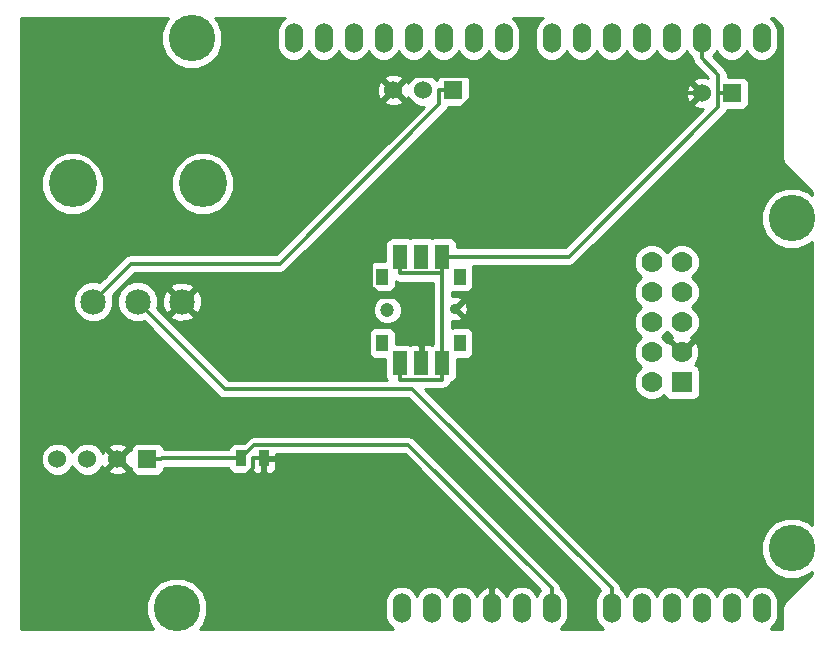
<source format=gtl>
G04 (created by PCBNEW-RS274X (2011-07-19)-testing) date Tue 10 Jan 2012 03:03:46 PM PST*
G01*
G70*
G90*
%MOIN*%
G04 Gerber Fmt 3.4, Leading zero omitted, Abs format*
%FSLAX34Y34*%
G04 APERTURE LIST*
%ADD10C,0.006000*%
%ADD11C,0.047200*%
%ADD12C,0.035400*%
%ADD13R,0.047200X0.078700*%
%ADD14R,0.039400X0.055900*%
%ADD15R,0.035000X0.055000*%
%ADD16C,0.085000*%
%ADD17C,0.160000*%
%ADD18R,0.060000X0.060000*%
%ADD19C,0.060000*%
%ADD20R,0.070000X0.070000*%
%ADD21C,0.070000*%
%ADD22O,0.060000X0.100000*%
%ADD23C,0.155000*%
%ADD24C,0.012000*%
%ADD25C,0.010000*%
G04 APERTURE END LIST*
G54D10*
G54D11*
X35093Y-35475D03*
G54D12*
X37357Y-35436D03*
G54D13*
X36225Y-33703D03*
X36225Y-37247D03*
X35516Y-33703D03*
X36934Y-33703D03*
X35516Y-37247D03*
X36934Y-37247D03*
G54D14*
X34926Y-34369D03*
X37524Y-34369D03*
X34926Y-36581D03*
X37524Y-36581D03*
G54D15*
X30225Y-40425D03*
X30975Y-40425D03*
G54D16*
X25295Y-35200D03*
X26775Y-35200D03*
X28255Y-35200D03*
G54D17*
X24605Y-31260D03*
X28945Y-31260D03*
G54D18*
X37300Y-28150D03*
G54D19*
X36300Y-28150D03*
X35300Y-28150D03*
G54D18*
X46600Y-28250D03*
G54D19*
X45600Y-28250D03*
G54D20*
X44910Y-37880D03*
G54D21*
X43910Y-37880D03*
X44910Y-36880D03*
X43910Y-36880D03*
X44910Y-35880D03*
X43910Y-35880D03*
X44910Y-34880D03*
X43910Y-34880D03*
X44910Y-33880D03*
X43910Y-33880D03*
G54D22*
X47575Y-45425D03*
X46575Y-45425D03*
X45575Y-45425D03*
X42575Y-45425D03*
X43575Y-45425D03*
X44575Y-45425D03*
X40575Y-45425D03*
X39575Y-45425D03*
X38575Y-45425D03*
X36575Y-45425D03*
X35575Y-45425D03*
X47575Y-26425D03*
X46575Y-26425D03*
X45575Y-26425D03*
X44575Y-26425D03*
X43575Y-26425D03*
X42575Y-26425D03*
X41575Y-26425D03*
X40575Y-26425D03*
X38975Y-26425D03*
X37975Y-26425D03*
X36975Y-26425D03*
X35975Y-26425D03*
X34975Y-26425D03*
X33975Y-26425D03*
X32975Y-26425D03*
X31975Y-26425D03*
X37575Y-45425D03*
G54D23*
X48575Y-43425D03*
X48575Y-32425D03*
X28575Y-26425D03*
X28075Y-45425D03*
G54D18*
X27100Y-40450D03*
G54D19*
X26100Y-40450D03*
X25100Y-40450D03*
X24100Y-40450D03*
G54D24*
X26556Y-33939D02*
X25295Y-35200D01*
X31511Y-33939D02*
X26556Y-33939D01*
X36837Y-28613D02*
X31511Y-33939D01*
X36837Y-28150D02*
X36837Y-28613D01*
X37300Y-28150D02*
X36837Y-28150D01*
X46600Y-28250D02*
X46137Y-28250D01*
X41147Y-33703D02*
X36934Y-33703D01*
X46137Y-28713D02*
X41147Y-33703D01*
X46137Y-28250D02*
X46137Y-28713D01*
X35516Y-33703D02*
X35516Y-34259D01*
X36934Y-33703D02*
X36934Y-34259D01*
X36934Y-34259D02*
X35516Y-34259D01*
X46137Y-27650D02*
X46137Y-28250D01*
X45575Y-27088D02*
X46137Y-27650D01*
X45575Y-26425D02*
X45575Y-27088D01*
X36934Y-34259D02*
X36934Y-37247D01*
X36934Y-37803D02*
X35516Y-37803D01*
X36934Y-37247D02*
X36934Y-37803D01*
X35516Y-37247D02*
X35516Y-37803D01*
X29687Y-38112D02*
X26775Y-35200D01*
X35925Y-38112D02*
X29687Y-38112D01*
X42575Y-44762D02*
X35925Y-38112D01*
X42575Y-45425D02*
X42575Y-44762D01*
X27100Y-40450D02*
X27563Y-40450D01*
X27588Y-40425D02*
X27563Y-40450D01*
X30225Y-40425D02*
X27588Y-40425D01*
X30664Y-39986D02*
X30225Y-40425D01*
X35799Y-39986D02*
X30664Y-39986D01*
X40575Y-44762D02*
X35799Y-39986D01*
X40575Y-45425D02*
X40575Y-44762D01*
X38575Y-45425D02*
X38575Y-44762D01*
X30975Y-40425D02*
X31313Y-40425D01*
X30975Y-40425D02*
X30637Y-40425D01*
X45600Y-28250D02*
X38048Y-28250D01*
X38048Y-27715D02*
X38048Y-28250D01*
X38014Y-27681D02*
X38048Y-27715D01*
X35769Y-27681D02*
X38014Y-27681D01*
X35300Y-28150D02*
X35769Y-27681D01*
X28741Y-34714D02*
X28255Y-35200D01*
X34565Y-34714D02*
X28741Y-34714D01*
X34565Y-31733D02*
X34565Y-34714D01*
X38048Y-28250D02*
X34565Y-31733D01*
X36225Y-35822D02*
X36225Y-37247D01*
X35459Y-35056D02*
X36225Y-35822D01*
X34907Y-35056D02*
X35459Y-35056D01*
X34565Y-34714D02*
X34907Y-35056D01*
X26724Y-41074D02*
X26100Y-40450D01*
X30326Y-41074D02*
X26724Y-41074D01*
X30637Y-40763D02*
X30326Y-41074D01*
X30637Y-40425D02*
X30637Y-40763D01*
X34238Y-40425D02*
X38575Y-44762D01*
X31313Y-40425D02*
X34238Y-40425D01*
G54D10*
G36*
X45796Y-27748D02*
X45679Y-27707D01*
X45466Y-27718D01*
X45319Y-27778D01*
X45292Y-27872D01*
X45565Y-28144D01*
X45600Y-28179D01*
X45671Y-28250D01*
X45600Y-28321D01*
X45529Y-28391D01*
X45529Y-28250D01*
X45222Y-27942D01*
X45128Y-27969D01*
X45057Y-28171D01*
X45068Y-28384D01*
X45128Y-28531D01*
X45222Y-28558D01*
X45529Y-28250D01*
X45529Y-28391D01*
X45292Y-28628D01*
X45319Y-28722D01*
X45521Y-28793D01*
X45623Y-28787D01*
X41018Y-33393D01*
X37849Y-33393D01*
X37849Y-28500D01*
X37849Y-28401D01*
X37849Y-27801D01*
X37811Y-27709D01*
X37741Y-27639D01*
X37650Y-27601D01*
X37551Y-27601D01*
X36951Y-27601D01*
X36859Y-27639D01*
X36789Y-27709D01*
X36751Y-27800D01*
X36751Y-27825D01*
X36611Y-27685D01*
X36409Y-27601D01*
X36191Y-27601D01*
X35989Y-27685D01*
X35835Y-27839D01*
X35797Y-27930D01*
X35772Y-27869D01*
X35678Y-27842D01*
X35608Y-27912D01*
X35608Y-27772D01*
X35581Y-27678D01*
X35379Y-27607D01*
X35166Y-27618D01*
X35019Y-27678D01*
X34992Y-27772D01*
X35300Y-28079D01*
X35608Y-27772D01*
X35608Y-27912D01*
X35371Y-28150D01*
X35678Y-28458D01*
X35772Y-28431D01*
X35795Y-28365D01*
X35835Y-28461D01*
X35989Y-28615D01*
X36191Y-28699D01*
X36313Y-28699D01*
X35608Y-29404D01*
X35608Y-28528D01*
X35300Y-28221D01*
X35229Y-28291D01*
X35229Y-28150D01*
X34922Y-27842D01*
X34828Y-27869D01*
X34757Y-28071D01*
X34768Y-28284D01*
X34828Y-28431D01*
X34922Y-28458D01*
X35229Y-28150D01*
X35229Y-28291D01*
X34992Y-28528D01*
X35019Y-28622D01*
X35221Y-28693D01*
X35434Y-28682D01*
X35581Y-28622D01*
X35608Y-28528D01*
X35608Y-29404D01*
X31383Y-33629D01*
X29995Y-33629D01*
X29995Y-31470D01*
X29995Y-31052D01*
X29835Y-30666D01*
X29540Y-30370D01*
X29155Y-30210D01*
X28737Y-30210D01*
X28351Y-30370D01*
X28055Y-30665D01*
X27895Y-31050D01*
X27895Y-31468D01*
X28055Y-31854D01*
X28350Y-32150D01*
X28735Y-32310D01*
X29153Y-32310D01*
X29539Y-32150D01*
X29835Y-31855D01*
X29995Y-31470D01*
X29995Y-33629D01*
X26556Y-33629D01*
X26437Y-33653D01*
X26337Y-33720D01*
X25655Y-34401D01*
X25655Y-31470D01*
X25655Y-31052D01*
X25495Y-30666D01*
X25200Y-30370D01*
X24815Y-30210D01*
X24397Y-30210D01*
X24011Y-30370D01*
X23715Y-30665D01*
X23555Y-31050D01*
X23555Y-31468D01*
X23715Y-31854D01*
X24010Y-32150D01*
X24395Y-32310D01*
X24813Y-32310D01*
X25199Y-32150D01*
X25495Y-31855D01*
X25655Y-31470D01*
X25655Y-34401D01*
X25502Y-34554D01*
X25430Y-34525D01*
X25161Y-34525D01*
X24913Y-34628D01*
X24723Y-34817D01*
X24620Y-35065D01*
X24620Y-35334D01*
X24723Y-35582D01*
X24912Y-35772D01*
X25160Y-35875D01*
X25429Y-35875D01*
X25677Y-35772D01*
X25867Y-35583D01*
X25970Y-35335D01*
X25970Y-35066D01*
X25939Y-34993D01*
X26684Y-34249D01*
X31511Y-34249D01*
X31629Y-34225D01*
X31630Y-34225D01*
X31730Y-34158D01*
X37056Y-28832D01*
X37123Y-28732D01*
X37123Y-28731D01*
X37129Y-28699D01*
X37649Y-28699D01*
X37741Y-28661D01*
X37811Y-28591D01*
X37849Y-28500D01*
X37849Y-33393D01*
X37419Y-33393D01*
X37419Y-33261D01*
X37381Y-33169D01*
X37311Y-33099D01*
X37220Y-33061D01*
X37121Y-33061D01*
X36649Y-33061D01*
X36579Y-33089D01*
X36511Y-33061D01*
X36412Y-33061D01*
X35940Y-33061D01*
X35870Y-33089D01*
X35802Y-33061D01*
X35703Y-33061D01*
X35231Y-33061D01*
X35139Y-33099D01*
X35069Y-33169D01*
X35031Y-33260D01*
X35031Y-33359D01*
X35031Y-33841D01*
X34680Y-33841D01*
X34588Y-33879D01*
X34518Y-33949D01*
X34480Y-34040D01*
X34480Y-34139D01*
X34480Y-34697D01*
X34518Y-34789D01*
X34588Y-34859D01*
X34679Y-34897D01*
X34778Y-34897D01*
X35172Y-34897D01*
X35264Y-34859D01*
X35334Y-34789D01*
X35372Y-34698D01*
X35372Y-34599D01*
X35372Y-34528D01*
X35397Y-34545D01*
X35516Y-34569D01*
X36624Y-34569D01*
X36624Y-36615D01*
X36579Y-36633D01*
X36510Y-36605D01*
X36337Y-36604D01*
X36275Y-36666D01*
X36275Y-37147D01*
X36275Y-37197D01*
X36275Y-37297D01*
X36175Y-37297D01*
X36175Y-37197D01*
X36175Y-37147D01*
X36175Y-36666D01*
X36113Y-36604D01*
X35940Y-36605D01*
X35870Y-36633D01*
X35802Y-36605D01*
X35703Y-36605D01*
X35579Y-36605D01*
X35579Y-35572D01*
X35579Y-35379D01*
X35505Y-35200D01*
X35369Y-35063D01*
X35190Y-34989D01*
X34997Y-34989D01*
X34818Y-35063D01*
X34681Y-35199D01*
X34607Y-35378D01*
X34607Y-35571D01*
X34681Y-35750D01*
X34817Y-35887D01*
X34996Y-35961D01*
X35189Y-35961D01*
X35368Y-35887D01*
X35505Y-35751D01*
X35579Y-35572D01*
X35579Y-36605D01*
X35372Y-36605D01*
X35372Y-36253D01*
X35334Y-36161D01*
X35264Y-36091D01*
X35173Y-36053D01*
X35074Y-36053D01*
X34680Y-36053D01*
X34588Y-36091D01*
X34518Y-36161D01*
X34480Y-36252D01*
X34480Y-36351D01*
X34480Y-36909D01*
X34518Y-37001D01*
X34588Y-37071D01*
X34679Y-37109D01*
X34778Y-37109D01*
X35031Y-37109D01*
X35031Y-37689D01*
X35069Y-37781D01*
X35090Y-37802D01*
X29815Y-37802D01*
X28922Y-36909D01*
X28922Y-35308D01*
X28913Y-35044D01*
X28829Y-34845D01*
X28722Y-34804D01*
X28651Y-34875D01*
X28651Y-34733D01*
X28610Y-34626D01*
X28363Y-34533D01*
X28099Y-34542D01*
X27900Y-34626D01*
X27859Y-34733D01*
X28255Y-35129D01*
X28651Y-34733D01*
X28651Y-34875D01*
X28326Y-35200D01*
X28722Y-35596D01*
X28829Y-35555D01*
X28922Y-35308D01*
X28922Y-36909D01*
X28651Y-36638D01*
X28651Y-35667D01*
X28255Y-35271D01*
X28184Y-35342D01*
X28184Y-35200D01*
X27788Y-34804D01*
X27681Y-34845D01*
X27588Y-35092D01*
X27597Y-35356D01*
X27681Y-35555D01*
X27788Y-35596D01*
X28184Y-35200D01*
X28184Y-35342D01*
X27859Y-35667D01*
X27900Y-35774D01*
X28147Y-35867D01*
X28411Y-35858D01*
X28610Y-35774D01*
X28651Y-35667D01*
X28651Y-36638D01*
X27420Y-35407D01*
X27450Y-35335D01*
X27450Y-35066D01*
X27347Y-34818D01*
X27158Y-34628D01*
X26910Y-34525D01*
X26641Y-34525D01*
X26393Y-34628D01*
X26203Y-34817D01*
X26100Y-35065D01*
X26100Y-35334D01*
X26203Y-35582D01*
X26392Y-35772D01*
X26640Y-35875D01*
X26909Y-35875D01*
X26981Y-35844D01*
X29468Y-38331D01*
X29568Y-38398D01*
X29569Y-38398D01*
X29687Y-38422D01*
X35796Y-38422D01*
X42198Y-44824D01*
X42118Y-44905D01*
X42035Y-45103D01*
X42035Y-45318D01*
X42035Y-45746D01*
X42117Y-45945D01*
X42269Y-46096D01*
X42278Y-46100D01*
X40873Y-46100D01*
X40881Y-46097D01*
X41032Y-45945D01*
X41115Y-45747D01*
X41115Y-45532D01*
X41115Y-45104D01*
X41033Y-44905D01*
X40883Y-44756D01*
X40861Y-44644D01*
X40861Y-44643D01*
X40794Y-44543D01*
X36018Y-39767D01*
X35918Y-39700D01*
X35799Y-39676D01*
X30664Y-39676D01*
X30545Y-39700D01*
X30444Y-39767D01*
X30310Y-39901D01*
X30001Y-39901D01*
X29909Y-39939D01*
X29839Y-40009D01*
X29801Y-40100D01*
X29801Y-40115D01*
X27649Y-40115D01*
X27649Y-40101D01*
X27611Y-40009D01*
X27541Y-39939D01*
X27450Y-39901D01*
X27351Y-39901D01*
X26751Y-39901D01*
X26659Y-39939D01*
X26589Y-40009D01*
X26551Y-40100D01*
X26551Y-40162D01*
X26478Y-40142D01*
X26408Y-40212D01*
X26408Y-40072D01*
X26381Y-39978D01*
X26179Y-39907D01*
X25966Y-39918D01*
X25819Y-39978D01*
X25792Y-40072D01*
X26100Y-40379D01*
X26408Y-40072D01*
X26408Y-40212D01*
X26171Y-40450D01*
X26478Y-40758D01*
X26551Y-40737D01*
X26551Y-40799D01*
X26589Y-40891D01*
X26659Y-40961D01*
X26750Y-40999D01*
X26849Y-40999D01*
X27449Y-40999D01*
X27541Y-40961D01*
X27611Y-40891D01*
X27649Y-40800D01*
X27649Y-40742D01*
X27681Y-40736D01*
X27682Y-40736D01*
X27682Y-40735D01*
X27683Y-40735D01*
X29801Y-40735D01*
X29801Y-40749D01*
X29839Y-40841D01*
X29909Y-40911D01*
X30000Y-40949D01*
X30099Y-40949D01*
X30449Y-40949D01*
X30541Y-40911D01*
X30600Y-40852D01*
X30659Y-40911D01*
X30751Y-40949D01*
X30863Y-40950D01*
X30925Y-40888D01*
X30925Y-40525D01*
X30925Y-40475D01*
X30925Y-40375D01*
X31025Y-40375D01*
X31075Y-40375D01*
X31338Y-40375D01*
X31400Y-40313D01*
X31399Y-40296D01*
X35671Y-40296D01*
X40198Y-44823D01*
X40118Y-44905D01*
X40075Y-45007D01*
X40033Y-44905D01*
X39881Y-44754D01*
X39683Y-44671D01*
X39468Y-44671D01*
X39269Y-44753D01*
X39118Y-44905D01*
X39075Y-45006D01*
X39064Y-44968D01*
X38928Y-44800D01*
X38738Y-44697D01*
X38710Y-44693D01*
X38625Y-44740D01*
X38625Y-45325D01*
X38625Y-45375D01*
X38625Y-45475D01*
X38525Y-45475D01*
X38525Y-45375D01*
X38525Y-45325D01*
X38525Y-44740D01*
X38440Y-44693D01*
X38412Y-44697D01*
X38222Y-44800D01*
X38086Y-44968D01*
X38074Y-45006D01*
X38033Y-44905D01*
X37881Y-44754D01*
X37683Y-44671D01*
X37468Y-44671D01*
X37269Y-44753D01*
X37118Y-44905D01*
X37075Y-45007D01*
X37033Y-44905D01*
X36881Y-44754D01*
X36683Y-44671D01*
X36468Y-44671D01*
X36269Y-44753D01*
X36118Y-44905D01*
X36075Y-45007D01*
X36033Y-44905D01*
X35881Y-44754D01*
X35683Y-44671D01*
X35468Y-44671D01*
X35269Y-44753D01*
X35118Y-44905D01*
X35035Y-45103D01*
X35035Y-45318D01*
X35035Y-45746D01*
X35117Y-45945D01*
X35269Y-46096D01*
X35278Y-46100D01*
X31400Y-46100D01*
X31400Y-40537D01*
X31338Y-40475D01*
X31025Y-40475D01*
X31025Y-40888D01*
X31087Y-40950D01*
X31199Y-40949D01*
X31291Y-40911D01*
X31361Y-40841D01*
X31399Y-40750D01*
X31399Y-40651D01*
X31400Y-40537D01*
X31400Y-46100D01*
X28849Y-46100D01*
X28943Y-46006D01*
X29100Y-45630D01*
X29100Y-45222D01*
X28944Y-44845D01*
X28656Y-44557D01*
X28280Y-44400D01*
X27872Y-44400D01*
X27495Y-44556D01*
X27207Y-44844D01*
X27050Y-45220D01*
X27050Y-45628D01*
X27206Y-46005D01*
X27301Y-46100D01*
X26408Y-46100D01*
X26408Y-40828D01*
X26100Y-40521D01*
X26029Y-40591D01*
X26029Y-40450D01*
X25722Y-40142D01*
X25628Y-40169D01*
X25604Y-40234D01*
X25565Y-40139D01*
X25411Y-39985D01*
X25209Y-39901D01*
X24991Y-39901D01*
X24789Y-39985D01*
X24635Y-40139D01*
X24600Y-40223D01*
X24565Y-40139D01*
X24411Y-39985D01*
X24209Y-39901D01*
X23991Y-39901D01*
X23789Y-39985D01*
X23635Y-40139D01*
X23551Y-40341D01*
X23551Y-40559D01*
X23635Y-40761D01*
X23789Y-40915D01*
X23991Y-40999D01*
X24209Y-40999D01*
X24411Y-40915D01*
X24565Y-40761D01*
X24600Y-40676D01*
X24635Y-40761D01*
X24789Y-40915D01*
X24991Y-40999D01*
X25209Y-40999D01*
X25411Y-40915D01*
X25565Y-40761D01*
X25602Y-40669D01*
X25628Y-40731D01*
X25722Y-40758D01*
X26029Y-40450D01*
X26029Y-40591D01*
X25792Y-40828D01*
X25819Y-40922D01*
X26021Y-40993D01*
X26234Y-40982D01*
X26381Y-40922D01*
X26408Y-40828D01*
X26408Y-46100D01*
X22900Y-46100D01*
X22900Y-25750D01*
X27801Y-25750D01*
X27707Y-25844D01*
X27550Y-26220D01*
X27550Y-26628D01*
X27706Y-27005D01*
X27994Y-27293D01*
X28370Y-27450D01*
X28778Y-27450D01*
X29155Y-27294D01*
X29443Y-27006D01*
X29600Y-26630D01*
X29600Y-26222D01*
X29444Y-25845D01*
X29349Y-25750D01*
X31676Y-25750D01*
X31669Y-25753D01*
X31518Y-25905D01*
X31435Y-26103D01*
X31435Y-26318D01*
X31435Y-26746D01*
X31517Y-26945D01*
X31669Y-27096D01*
X31867Y-27179D01*
X32082Y-27179D01*
X32281Y-27097D01*
X32432Y-26945D01*
X32474Y-26842D01*
X32517Y-26945D01*
X32669Y-27096D01*
X32867Y-27179D01*
X33082Y-27179D01*
X33281Y-27097D01*
X33432Y-26945D01*
X33474Y-26842D01*
X33517Y-26945D01*
X33669Y-27096D01*
X33867Y-27179D01*
X34082Y-27179D01*
X34281Y-27097D01*
X34432Y-26945D01*
X34474Y-26842D01*
X34517Y-26945D01*
X34669Y-27096D01*
X34867Y-27179D01*
X35082Y-27179D01*
X35281Y-27097D01*
X35432Y-26945D01*
X35474Y-26842D01*
X35517Y-26945D01*
X35669Y-27096D01*
X35867Y-27179D01*
X36082Y-27179D01*
X36281Y-27097D01*
X36432Y-26945D01*
X36474Y-26842D01*
X36517Y-26945D01*
X36669Y-27096D01*
X36867Y-27179D01*
X37082Y-27179D01*
X37281Y-27097D01*
X37432Y-26945D01*
X37474Y-26842D01*
X37517Y-26945D01*
X37669Y-27096D01*
X37867Y-27179D01*
X38082Y-27179D01*
X38281Y-27097D01*
X38432Y-26945D01*
X38474Y-26842D01*
X38517Y-26945D01*
X38669Y-27096D01*
X38867Y-27179D01*
X39082Y-27179D01*
X39281Y-27097D01*
X39432Y-26945D01*
X39515Y-26747D01*
X39515Y-26532D01*
X39515Y-26104D01*
X39433Y-25905D01*
X39281Y-25754D01*
X39271Y-25750D01*
X40276Y-25750D01*
X40269Y-25753D01*
X40118Y-25905D01*
X40035Y-26103D01*
X40035Y-26318D01*
X40035Y-26746D01*
X40117Y-26945D01*
X40269Y-27096D01*
X40467Y-27179D01*
X40682Y-27179D01*
X40881Y-27097D01*
X41032Y-26945D01*
X41074Y-26842D01*
X41117Y-26945D01*
X41269Y-27096D01*
X41467Y-27179D01*
X41682Y-27179D01*
X41881Y-27097D01*
X42032Y-26945D01*
X42074Y-26842D01*
X42117Y-26945D01*
X42269Y-27096D01*
X42467Y-27179D01*
X42682Y-27179D01*
X42881Y-27097D01*
X43032Y-26945D01*
X43074Y-26842D01*
X43117Y-26945D01*
X43269Y-27096D01*
X43467Y-27179D01*
X43682Y-27179D01*
X43881Y-27097D01*
X44032Y-26945D01*
X44074Y-26842D01*
X44117Y-26945D01*
X44269Y-27096D01*
X44467Y-27179D01*
X44682Y-27179D01*
X44881Y-27097D01*
X45032Y-26945D01*
X45074Y-26842D01*
X45117Y-26945D01*
X45266Y-27093D01*
X45289Y-27207D01*
X45356Y-27307D01*
X45796Y-27748D01*
X45796Y-27748D01*
G37*
G54D25*
X45796Y-27748D02*
X45679Y-27707D01*
X45466Y-27718D01*
X45319Y-27778D01*
X45292Y-27872D01*
X45565Y-28144D01*
X45600Y-28179D01*
X45671Y-28250D01*
X45600Y-28321D01*
X45529Y-28391D01*
X45529Y-28250D01*
X45222Y-27942D01*
X45128Y-27969D01*
X45057Y-28171D01*
X45068Y-28384D01*
X45128Y-28531D01*
X45222Y-28558D01*
X45529Y-28250D01*
X45529Y-28391D01*
X45292Y-28628D01*
X45319Y-28722D01*
X45521Y-28793D01*
X45623Y-28787D01*
X41018Y-33393D01*
X37849Y-33393D01*
X37849Y-28500D01*
X37849Y-28401D01*
X37849Y-27801D01*
X37811Y-27709D01*
X37741Y-27639D01*
X37650Y-27601D01*
X37551Y-27601D01*
X36951Y-27601D01*
X36859Y-27639D01*
X36789Y-27709D01*
X36751Y-27800D01*
X36751Y-27825D01*
X36611Y-27685D01*
X36409Y-27601D01*
X36191Y-27601D01*
X35989Y-27685D01*
X35835Y-27839D01*
X35797Y-27930D01*
X35772Y-27869D01*
X35678Y-27842D01*
X35608Y-27912D01*
X35608Y-27772D01*
X35581Y-27678D01*
X35379Y-27607D01*
X35166Y-27618D01*
X35019Y-27678D01*
X34992Y-27772D01*
X35300Y-28079D01*
X35608Y-27772D01*
X35608Y-27912D01*
X35371Y-28150D01*
X35678Y-28458D01*
X35772Y-28431D01*
X35795Y-28365D01*
X35835Y-28461D01*
X35989Y-28615D01*
X36191Y-28699D01*
X36313Y-28699D01*
X35608Y-29404D01*
X35608Y-28528D01*
X35300Y-28221D01*
X35229Y-28291D01*
X35229Y-28150D01*
X34922Y-27842D01*
X34828Y-27869D01*
X34757Y-28071D01*
X34768Y-28284D01*
X34828Y-28431D01*
X34922Y-28458D01*
X35229Y-28150D01*
X35229Y-28291D01*
X34992Y-28528D01*
X35019Y-28622D01*
X35221Y-28693D01*
X35434Y-28682D01*
X35581Y-28622D01*
X35608Y-28528D01*
X35608Y-29404D01*
X31383Y-33629D01*
X29995Y-33629D01*
X29995Y-31470D01*
X29995Y-31052D01*
X29835Y-30666D01*
X29540Y-30370D01*
X29155Y-30210D01*
X28737Y-30210D01*
X28351Y-30370D01*
X28055Y-30665D01*
X27895Y-31050D01*
X27895Y-31468D01*
X28055Y-31854D01*
X28350Y-32150D01*
X28735Y-32310D01*
X29153Y-32310D01*
X29539Y-32150D01*
X29835Y-31855D01*
X29995Y-31470D01*
X29995Y-33629D01*
X26556Y-33629D01*
X26437Y-33653D01*
X26337Y-33720D01*
X25655Y-34401D01*
X25655Y-31470D01*
X25655Y-31052D01*
X25495Y-30666D01*
X25200Y-30370D01*
X24815Y-30210D01*
X24397Y-30210D01*
X24011Y-30370D01*
X23715Y-30665D01*
X23555Y-31050D01*
X23555Y-31468D01*
X23715Y-31854D01*
X24010Y-32150D01*
X24395Y-32310D01*
X24813Y-32310D01*
X25199Y-32150D01*
X25495Y-31855D01*
X25655Y-31470D01*
X25655Y-34401D01*
X25502Y-34554D01*
X25430Y-34525D01*
X25161Y-34525D01*
X24913Y-34628D01*
X24723Y-34817D01*
X24620Y-35065D01*
X24620Y-35334D01*
X24723Y-35582D01*
X24912Y-35772D01*
X25160Y-35875D01*
X25429Y-35875D01*
X25677Y-35772D01*
X25867Y-35583D01*
X25970Y-35335D01*
X25970Y-35066D01*
X25939Y-34993D01*
X26684Y-34249D01*
X31511Y-34249D01*
X31629Y-34225D01*
X31630Y-34225D01*
X31730Y-34158D01*
X37056Y-28832D01*
X37123Y-28732D01*
X37123Y-28731D01*
X37129Y-28699D01*
X37649Y-28699D01*
X37741Y-28661D01*
X37811Y-28591D01*
X37849Y-28500D01*
X37849Y-33393D01*
X37419Y-33393D01*
X37419Y-33261D01*
X37381Y-33169D01*
X37311Y-33099D01*
X37220Y-33061D01*
X37121Y-33061D01*
X36649Y-33061D01*
X36579Y-33089D01*
X36511Y-33061D01*
X36412Y-33061D01*
X35940Y-33061D01*
X35870Y-33089D01*
X35802Y-33061D01*
X35703Y-33061D01*
X35231Y-33061D01*
X35139Y-33099D01*
X35069Y-33169D01*
X35031Y-33260D01*
X35031Y-33359D01*
X35031Y-33841D01*
X34680Y-33841D01*
X34588Y-33879D01*
X34518Y-33949D01*
X34480Y-34040D01*
X34480Y-34139D01*
X34480Y-34697D01*
X34518Y-34789D01*
X34588Y-34859D01*
X34679Y-34897D01*
X34778Y-34897D01*
X35172Y-34897D01*
X35264Y-34859D01*
X35334Y-34789D01*
X35372Y-34698D01*
X35372Y-34599D01*
X35372Y-34528D01*
X35397Y-34545D01*
X35516Y-34569D01*
X36624Y-34569D01*
X36624Y-36615D01*
X36579Y-36633D01*
X36510Y-36605D01*
X36337Y-36604D01*
X36275Y-36666D01*
X36275Y-37147D01*
X36275Y-37197D01*
X36275Y-37297D01*
X36175Y-37297D01*
X36175Y-37197D01*
X36175Y-37147D01*
X36175Y-36666D01*
X36113Y-36604D01*
X35940Y-36605D01*
X35870Y-36633D01*
X35802Y-36605D01*
X35703Y-36605D01*
X35579Y-36605D01*
X35579Y-35572D01*
X35579Y-35379D01*
X35505Y-35200D01*
X35369Y-35063D01*
X35190Y-34989D01*
X34997Y-34989D01*
X34818Y-35063D01*
X34681Y-35199D01*
X34607Y-35378D01*
X34607Y-35571D01*
X34681Y-35750D01*
X34817Y-35887D01*
X34996Y-35961D01*
X35189Y-35961D01*
X35368Y-35887D01*
X35505Y-35751D01*
X35579Y-35572D01*
X35579Y-36605D01*
X35372Y-36605D01*
X35372Y-36253D01*
X35334Y-36161D01*
X35264Y-36091D01*
X35173Y-36053D01*
X35074Y-36053D01*
X34680Y-36053D01*
X34588Y-36091D01*
X34518Y-36161D01*
X34480Y-36252D01*
X34480Y-36351D01*
X34480Y-36909D01*
X34518Y-37001D01*
X34588Y-37071D01*
X34679Y-37109D01*
X34778Y-37109D01*
X35031Y-37109D01*
X35031Y-37689D01*
X35069Y-37781D01*
X35090Y-37802D01*
X29815Y-37802D01*
X28922Y-36909D01*
X28922Y-35308D01*
X28913Y-35044D01*
X28829Y-34845D01*
X28722Y-34804D01*
X28651Y-34875D01*
X28651Y-34733D01*
X28610Y-34626D01*
X28363Y-34533D01*
X28099Y-34542D01*
X27900Y-34626D01*
X27859Y-34733D01*
X28255Y-35129D01*
X28651Y-34733D01*
X28651Y-34875D01*
X28326Y-35200D01*
X28722Y-35596D01*
X28829Y-35555D01*
X28922Y-35308D01*
X28922Y-36909D01*
X28651Y-36638D01*
X28651Y-35667D01*
X28255Y-35271D01*
X28184Y-35342D01*
X28184Y-35200D01*
X27788Y-34804D01*
X27681Y-34845D01*
X27588Y-35092D01*
X27597Y-35356D01*
X27681Y-35555D01*
X27788Y-35596D01*
X28184Y-35200D01*
X28184Y-35342D01*
X27859Y-35667D01*
X27900Y-35774D01*
X28147Y-35867D01*
X28411Y-35858D01*
X28610Y-35774D01*
X28651Y-35667D01*
X28651Y-36638D01*
X27420Y-35407D01*
X27450Y-35335D01*
X27450Y-35066D01*
X27347Y-34818D01*
X27158Y-34628D01*
X26910Y-34525D01*
X26641Y-34525D01*
X26393Y-34628D01*
X26203Y-34817D01*
X26100Y-35065D01*
X26100Y-35334D01*
X26203Y-35582D01*
X26392Y-35772D01*
X26640Y-35875D01*
X26909Y-35875D01*
X26981Y-35844D01*
X29468Y-38331D01*
X29568Y-38398D01*
X29569Y-38398D01*
X29687Y-38422D01*
X35796Y-38422D01*
X42198Y-44824D01*
X42118Y-44905D01*
X42035Y-45103D01*
X42035Y-45318D01*
X42035Y-45746D01*
X42117Y-45945D01*
X42269Y-46096D01*
X42278Y-46100D01*
X40873Y-46100D01*
X40881Y-46097D01*
X41032Y-45945D01*
X41115Y-45747D01*
X41115Y-45532D01*
X41115Y-45104D01*
X41033Y-44905D01*
X40883Y-44756D01*
X40861Y-44644D01*
X40861Y-44643D01*
X40794Y-44543D01*
X36018Y-39767D01*
X35918Y-39700D01*
X35799Y-39676D01*
X30664Y-39676D01*
X30545Y-39700D01*
X30444Y-39767D01*
X30310Y-39901D01*
X30001Y-39901D01*
X29909Y-39939D01*
X29839Y-40009D01*
X29801Y-40100D01*
X29801Y-40115D01*
X27649Y-40115D01*
X27649Y-40101D01*
X27611Y-40009D01*
X27541Y-39939D01*
X27450Y-39901D01*
X27351Y-39901D01*
X26751Y-39901D01*
X26659Y-39939D01*
X26589Y-40009D01*
X26551Y-40100D01*
X26551Y-40162D01*
X26478Y-40142D01*
X26408Y-40212D01*
X26408Y-40072D01*
X26381Y-39978D01*
X26179Y-39907D01*
X25966Y-39918D01*
X25819Y-39978D01*
X25792Y-40072D01*
X26100Y-40379D01*
X26408Y-40072D01*
X26408Y-40212D01*
X26171Y-40450D01*
X26478Y-40758D01*
X26551Y-40737D01*
X26551Y-40799D01*
X26589Y-40891D01*
X26659Y-40961D01*
X26750Y-40999D01*
X26849Y-40999D01*
X27449Y-40999D01*
X27541Y-40961D01*
X27611Y-40891D01*
X27649Y-40800D01*
X27649Y-40742D01*
X27681Y-40736D01*
X27682Y-40736D01*
X27682Y-40735D01*
X27683Y-40735D01*
X29801Y-40735D01*
X29801Y-40749D01*
X29839Y-40841D01*
X29909Y-40911D01*
X30000Y-40949D01*
X30099Y-40949D01*
X30449Y-40949D01*
X30541Y-40911D01*
X30600Y-40852D01*
X30659Y-40911D01*
X30751Y-40949D01*
X30863Y-40950D01*
X30925Y-40888D01*
X30925Y-40525D01*
X30925Y-40475D01*
X30925Y-40375D01*
X31025Y-40375D01*
X31075Y-40375D01*
X31338Y-40375D01*
X31400Y-40313D01*
X31399Y-40296D01*
X35671Y-40296D01*
X40198Y-44823D01*
X40118Y-44905D01*
X40075Y-45007D01*
X40033Y-44905D01*
X39881Y-44754D01*
X39683Y-44671D01*
X39468Y-44671D01*
X39269Y-44753D01*
X39118Y-44905D01*
X39075Y-45006D01*
X39064Y-44968D01*
X38928Y-44800D01*
X38738Y-44697D01*
X38710Y-44693D01*
X38625Y-44740D01*
X38625Y-45325D01*
X38625Y-45375D01*
X38625Y-45475D01*
X38525Y-45475D01*
X38525Y-45375D01*
X38525Y-45325D01*
X38525Y-44740D01*
X38440Y-44693D01*
X38412Y-44697D01*
X38222Y-44800D01*
X38086Y-44968D01*
X38074Y-45006D01*
X38033Y-44905D01*
X37881Y-44754D01*
X37683Y-44671D01*
X37468Y-44671D01*
X37269Y-44753D01*
X37118Y-44905D01*
X37075Y-45007D01*
X37033Y-44905D01*
X36881Y-44754D01*
X36683Y-44671D01*
X36468Y-44671D01*
X36269Y-44753D01*
X36118Y-44905D01*
X36075Y-45007D01*
X36033Y-44905D01*
X35881Y-44754D01*
X35683Y-44671D01*
X35468Y-44671D01*
X35269Y-44753D01*
X35118Y-44905D01*
X35035Y-45103D01*
X35035Y-45318D01*
X35035Y-45746D01*
X35117Y-45945D01*
X35269Y-46096D01*
X35278Y-46100D01*
X31400Y-46100D01*
X31400Y-40537D01*
X31338Y-40475D01*
X31025Y-40475D01*
X31025Y-40888D01*
X31087Y-40950D01*
X31199Y-40949D01*
X31291Y-40911D01*
X31361Y-40841D01*
X31399Y-40750D01*
X31399Y-40651D01*
X31400Y-40537D01*
X31400Y-46100D01*
X28849Y-46100D01*
X28943Y-46006D01*
X29100Y-45630D01*
X29100Y-45222D01*
X28944Y-44845D01*
X28656Y-44557D01*
X28280Y-44400D01*
X27872Y-44400D01*
X27495Y-44556D01*
X27207Y-44844D01*
X27050Y-45220D01*
X27050Y-45628D01*
X27206Y-46005D01*
X27301Y-46100D01*
X26408Y-46100D01*
X26408Y-40828D01*
X26100Y-40521D01*
X26029Y-40591D01*
X26029Y-40450D01*
X25722Y-40142D01*
X25628Y-40169D01*
X25604Y-40234D01*
X25565Y-40139D01*
X25411Y-39985D01*
X25209Y-39901D01*
X24991Y-39901D01*
X24789Y-39985D01*
X24635Y-40139D01*
X24600Y-40223D01*
X24565Y-40139D01*
X24411Y-39985D01*
X24209Y-39901D01*
X23991Y-39901D01*
X23789Y-39985D01*
X23635Y-40139D01*
X23551Y-40341D01*
X23551Y-40559D01*
X23635Y-40761D01*
X23789Y-40915D01*
X23991Y-40999D01*
X24209Y-40999D01*
X24411Y-40915D01*
X24565Y-40761D01*
X24600Y-40676D01*
X24635Y-40761D01*
X24789Y-40915D01*
X24991Y-40999D01*
X25209Y-40999D01*
X25411Y-40915D01*
X25565Y-40761D01*
X25602Y-40669D01*
X25628Y-40731D01*
X25722Y-40758D01*
X26029Y-40450D01*
X26029Y-40591D01*
X25792Y-40828D01*
X25819Y-40922D01*
X26021Y-40993D01*
X26234Y-40982D01*
X26381Y-40922D01*
X26408Y-40828D01*
X26408Y-46100D01*
X22900Y-46100D01*
X22900Y-25750D01*
X27801Y-25750D01*
X27707Y-25844D01*
X27550Y-26220D01*
X27550Y-26628D01*
X27706Y-27005D01*
X27994Y-27293D01*
X28370Y-27450D01*
X28778Y-27450D01*
X29155Y-27294D01*
X29443Y-27006D01*
X29600Y-26630D01*
X29600Y-26222D01*
X29444Y-25845D01*
X29349Y-25750D01*
X31676Y-25750D01*
X31669Y-25753D01*
X31518Y-25905D01*
X31435Y-26103D01*
X31435Y-26318D01*
X31435Y-26746D01*
X31517Y-26945D01*
X31669Y-27096D01*
X31867Y-27179D01*
X32082Y-27179D01*
X32281Y-27097D01*
X32432Y-26945D01*
X32474Y-26842D01*
X32517Y-26945D01*
X32669Y-27096D01*
X32867Y-27179D01*
X33082Y-27179D01*
X33281Y-27097D01*
X33432Y-26945D01*
X33474Y-26842D01*
X33517Y-26945D01*
X33669Y-27096D01*
X33867Y-27179D01*
X34082Y-27179D01*
X34281Y-27097D01*
X34432Y-26945D01*
X34474Y-26842D01*
X34517Y-26945D01*
X34669Y-27096D01*
X34867Y-27179D01*
X35082Y-27179D01*
X35281Y-27097D01*
X35432Y-26945D01*
X35474Y-26842D01*
X35517Y-26945D01*
X35669Y-27096D01*
X35867Y-27179D01*
X36082Y-27179D01*
X36281Y-27097D01*
X36432Y-26945D01*
X36474Y-26842D01*
X36517Y-26945D01*
X36669Y-27096D01*
X36867Y-27179D01*
X37082Y-27179D01*
X37281Y-27097D01*
X37432Y-26945D01*
X37474Y-26842D01*
X37517Y-26945D01*
X37669Y-27096D01*
X37867Y-27179D01*
X38082Y-27179D01*
X38281Y-27097D01*
X38432Y-26945D01*
X38474Y-26842D01*
X38517Y-26945D01*
X38669Y-27096D01*
X38867Y-27179D01*
X39082Y-27179D01*
X39281Y-27097D01*
X39432Y-26945D01*
X39515Y-26747D01*
X39515Y-26532D01*
X39515Y-26104D01*
X39433Y-25905D01*
X39281Y-25754D01*
X39271Y-25750D01*
X40276Y-25750D01*
X40269Y-25753D01*
X40118Y-25905D01*
X40035Y-26103D01*
X40035Y-26318D01*
X40035Y-26746D01*
X40117Y-26945D01*
X40269Y-27096D01*
X40467Y-27179D01*
X40682Y-27179D01*
X40881Y-27097D01*
X41032Y-26945D01*
X41074Y-26842D01*
X41117Y-26945D01*
X41269Y-27096D01*
X41467Y-27179D01*
X41682Y-27179D01*
X41881Y-27097D01*
X42032Y-26945D01*
X42074Y-26842D01*
X42117Y-26945D01*
X42269Y-27096D01*
X42467Y-27179D01*
X42682Y-27179D01*
X42881Y-27097D01*
X43032Y-26945D01*
X43074Y-26842D01*
X43117Y-26945D01*
X43269Y-27096D01*
X43467Y-27179D01*
X43682Y-27179D01*
X43881Y-27097D01*
X44032Y-26945D01*
X44074Y-26842D01*
X44117Y-26945D01*
X44269Y-27096D01*
X44467Y-27179D01*
X44682Y-27179D01*
X44881Y-27097D01*
X45032Y-26945D01*
X45074Y-26842D01*
X45117Y-26945D01*
X45266Y-27093D01*
X45289Y-27207D01*
X45356Y-27307D01*
X45796Y-27748D01*
G54D10*
G36*
X49250Y-44290D02*
X48345Y-45195D01*
X48275Y-45301D01*
X48250Y-45425D01*
X48250Y-46100D01*
X47873Y-46100D01*
X47881Y-46097D01*
X48032Y-45945D01*
X48115Y-45747D01*
X48115Y-45532D01*
X48115Y-45104D01*
X48033Y-44905D01*
X47881Y-44754D01*
X47683Y-44671D01*
X47468Y-44671D01*
X47269Y-44753D01*
X47118Y-44905D01*
X47075Y-45007D01*
X47033Y-44905D01*
X46881Y-44754D01*
X46683Y-44671D01*
X46468Y-44671D01*
X46269Y-44753D01*
X46118Y-44905D01*
X46075Y-45007D01*
X46033Y-44905D01*
X45881Y-44754D01*
X45683Y-44671D01*
X45509Y-44671D01*
X45509Y-38280D01*
X45509Y-38181D01*
X45509Y-37481D01*
X45503Y-37466D01*
X45471Y-37389D01*
X45401Y-37319D01*
X45353Y-37299D01*
X45412Y-37241D01*
X45376Y-37205D01*
X45423Y-37190D01*
X45503Y-36971D01*
X45492Y-36736D01*
X45423Y-36570D01*
X45324Y-36537D01*
X45016Y-36845D01*
X44981Y-36880D01*
X44910Y-36951D01*
X44839Y-36880D01*
X44804Y-36845D01*
X44496Y-36537D01*
X44425Y-36560D01*
X44418Y-36541D01*
X44257Y-36380D01*
X44410Y-36227D01*
X44571Y-36388D01*
X44590Y-36395D01*
X44567Y-36466D01*
X44910Y-36809D01*
X45253Y-36466D01*
X45229Y-36395D01*
X45249Y-36388D01*
X45418Y-36219D01*
X45509Y-35999D01*
X45509Y-35761D01*
X45418Y-35541D01*
X45257Y-35380D01*
X45418Y-35219D01*
X45509Y-34999D01*
X45509Y-34761D01*
X45418Y-34541D01*
X45257Y-34380D01*
X45418Y-34219D01*
X45509Y-33999D01*
X45509Y-33761D01*
X45418Y-33541D01*
X45249Y-33372D01*
X45029Y-33281D01*
X44791Y-33281D01*
X44571Y-33372D01*
X44410Y-33533D01*
X44249Y-33372D01*
X44029Y-33281D01*
X43791Y-33281D01*
X43571Y-33372D01*
X43402Y-33541D01*
X43311Y-33761D01*
X43311Y-33999D01*
X43402Y-34219D01*
X43563Y-34380D01*
X43402Y-34541D01*
X43311Y-34761D01*
X43311Y-34999D01*
X43402Y-35219D01*
X43563Y-35380D01*
X43402Y-35541D01*
X43311Y-35761D01*
X43311Y-35999D01*
X43402Y-36219D01*
X43563Y-36380D01*
X43402Y-36541D01*
X43311Y-36761D01*
X43311Y-36999D01*
X43402Y-37219D01*
X43563Y-37380D01*
X43402Y-37541D01*
X43311Y-37761D01*
X43311Y-37999D01*
X43402Y-38219D01*
X43571Y-38388D01*
X43791Y-38479D01*
X44029Y-38479D01*
X44249Y-38388D01*
X44324Y-38312D01*
X44349Y-38371D01*
X44419Y-38441D01*
X44510Y-38479D01*
X44609Y-38479D01*
X45309Y-38479D01*
X45401Y-38441D01*
X45471Y-38371D01*
X45509Y-38280D01*
X45509Y-44671D01*
X45468Y-44671D01*
X45269Y-44753D01*
X45118Y-44905D01*
X45075Y-45007D01*
X45033Y-44905D01*
X44881Y-44754D01*
X44683Y-44671D01*
X44468Y-44671D01*
X44269Y-44753D01*
X44118Y-44905D01*
X44075Y-45007D01*
X44033Y-44905D01*
X43881Y-44754D01*
X43683Y-44671D01*
X43468Y-44671D01*
X43269Y-44753D01*
X43118Y-44905D01*
X43075Y-45007D01*
X43033Y-44905D01*
X42883Y-44756D01*
X42861Y-44644D01*
X42861Y-44643D01*
X42827Y-44593D01*
X42794Y-44543D01*
X42794Y-44542D01*
X36364Y-38113D01*
X36934Y-38113D01*
X37053Y-38089D01*
X37153Y-38022D01*
X37220Y-37922D01*
X37227Y-37885D01*
X37311Y-37851D01*
X37381Y-37781D01*
X37419Y-37690D01*
X37419Y-37591D01*
X37419Y-37109D01*
X37770Y-37109D01*
X37862Y-37071D01*
X37932Y-37001D01*
X37970Y-36910D01*
X37970Y-36811D01*
X37970Y-36253D01*
X37932Y-36161D01*
X37862Y-36091D01*
X37781Y-36057D01*
X37781Y-35486D01*
X37767Y-35320D01*
X37730Y-35227D01*
X37648Y-35216D01*
X37428Y-35436D01*
X37648Y-35656D01*
X37730Y-35645D01*
X37781Y-35486D01*
X37781Y-36057D01*
X37771Y-36053D01*
X37672Y-36053D01*
X37278Y-36053D01*
X37244Y-36067D01*
X37244Y-35839D01*
X37307Y-35860D01*
X37473Y-35846D01*
X37566Y-35809D01*
X37577Y-35727D01*
X37392Y-35542D01*
X37357Y-35507D01*
X37286Y-35436D01*
X37357Y-35365D01*
X37392Y-35330D01*
X37577Y-35145D01*
X37566Y-35063D01*
X37407Y-35012D01*
X37244Y-35025D01*
X37244Y-34883D01*
X37277Y-34897D01*
X37376Y-34897D01*
X37770Y-34897D01*
X37862Y-34859D01*
X37932Y-34789D01*
X37970Y-34698D01*
X37970Y-34599D01*
X37970Y-34041D01*
X37958Y-34013D01*
X41147Y-34013D01*
X41265Y-33989D01*
X41266Y-33989D01*
X41366Y-33922D01*
X46356Y-28933D01*
X46356Y-28932D01*
X46423Y-28832D01*
X46429Y-28799D01*
X46949Y-28799D01*
X47041Y-28761D01*
X47111Y-28691D01*
X47149Y-28600D01*
X47149Y-28501D01*
X47149Y-27901D01*
X47111Y-27809D01*
X47041Y-27739D01*
X46950Y-27701D01*
X46851Y-27701D01*
X46447Y-27701D01*
X46447Y-27650D01*
X46446Y-27649D01*
X46423Y-27531D01*
X46356Y-27431D01*
X46356Y-27430D01*
X45951Y-27026D01*
X46032Y-26945D01*
X46074Y-26842D01*
X46117Y-26945D01*
X46269Y-27096D01*
X46467Y-27179D01*
X46682Y-27179D01*
X46881Y-27097D01*
X47032Y-26945D01*
X47074Y-26842D01*
X47117Y-26945D01*
X47269Y-27096D01*
X47467Y-27179D01*
X47682Y-27179D01*
X47881Y-27097D01*
X48032Y-26945D01*
X48115Y-26747D01*
X48115Y-26532D01*
X48115Y-26104D01*
X48033Y-25905D01*
X47881Y-25754D01*
X47871Y-25750D01*
X47940Y-25750D01*
X48250Y-26060D01*
X48250Y-30425D01*
X48275Y-30549D01*
X48345Y-30655D01*
X49250Y-31560D01*
X49250Y-31651D01*
X49156Y-31557D01*
X48780Y-31400D01*
X48372Y-31400D01*
X47995Y-31556D01*
X47707Y-31844D01*
X47550Y-32220D01*
X47550Y-32628D01*
X47706Y-33005D01*
X47994Y-33293D01*
X48370Y-33450D01*
X48778Y-33450D01*
X49155Y-33294D01*
X49250Y-33199D01*
X49250Y-42651D01*
X49156Y-42557D01*
X48780Y-42400D01*
X48372Y-42400D01*
X47995Y-42556D01*
X47707Y-42844D01*
X47550Y-43220D01*
X47550Y-43628D01*
X47706Y-44005D01*
X47994Y-44293D01*
X48370Y-44450D01*
X48778Y-44450D01*
X49155Y-44294D01*
X49250Y-44199D01*
X49250Y-44290D01*
X49250Y-44290D01*
G37*
G54D25*
X49250Y-44290D02*
X48345Y-45195D01*
X48275Y-45301D01*
X48250Y-45425D01*
X48250Y-46100D01*
X47873Y-46100D01*
X47881Y-46097D01*
X48032Y-45945D01*
X48115Y-45747D01*
X48115Y-45532D01*
X48115Y-45104D01*
X48033Y-44905D01*
X47881Y-44754D01*
X47683Y-44671D01*
X47468Y-44671D01*
X47269Y-44753D01*
X47118Y-44905D01*
X47075Y-45007D01*
X47033Y-44905D01*
X46881Y-44754D01*
X46683Y-44671D01*
X46468Y-44671D01*
X46269Y-44753D01*
X46118Y-44905D01*
X46075Y-45007D01*
X46033Y-44905D01*
X45881Y-44754D01*
X45683Y-44671D01*
X45509Y-44671D01*
X45509Y-38280D01*
X45509Y-38181D01*
X45509Y-37481D01*
X45503Y-37466D01*
X45471Y-37389D01*
X45401Y-37319D01*
X45353Y-37299D01*
X45412Y-37241D01*
X45376Y-37205D01*
X45423Y-37190D01*
X45503Y-36971D01*
X45492Y-36736D01*
X45423Y-36570D01*
X45324Y-36537D01*
X45016Y-36845D01*
X44981Y-36880D01*
X44910Y-36951D01*
X44839Y-36880D01*
X44804Y-36845D01*
X44496Y-36537D01*
X44425Y-36560D01*
X44418Y-36541D01*
X44257Y-36380D01*
X44410Y-36227D01*
X44571Y-36388D01*
X44590Y-36395D01*
X44567Y-36466D01*
X44910Y-36809D01*
X45253Y-36466D01*
X45229Y-36395D01*
X45249Y-36388D01*
X45418Y-36219D01*
X45509Y-35999D01*
X45509Y-35761D01*
X45418Y-35541D01*
X45257Y-35380D01*
X45418Y-35219D01*
X45509Y-34999D01*
X45509Y-34761D01*
X45418Y-34541D01*
X45257Y-34380D01*
X45418Y-34219D01*
X45509Y-33999D01*
X45509Y-33761D01*
X45418Y-33541D01*
X45249Y-33372D01*
X45029Y-33281D01*
X44791Y-33281D01*
X44571Y-33372D01*
X44410Y-33533D01*
X44249Y-33372D01*
X44029Y-33281D01*
X43791Y-33281D01*
X43571Y-33372D01*
X43402Y-33541D01*
X43311Y-33761D01*
X43311Y-33999D01*
X43402Y-34219D01*
X43563Y-34380D01*
X43402Y-34541D01*
X43311Y-34761D01*
X43311Y-34999D01*
X43402Y-35219D01*
X43563Y-35380D01*
X43402Y-35541D01*
X43311Y-35761D01*
X43311Y-35999D01*
X43402Y-36219D01*
X43563Y-36380D01*
X43402Y-36541D01*
X43311Y-36761D01*
X43311Y-36999D01*
X43402Y-37219D01*
X43563Y-37380D01*
X43402Y-37541D01*
X43311Y-37761D01*
X43311Y-37999D01*
X43402Y-38219D01*
X43571Y-38388D01*
X43791Y-38479D01*
X44029Y-38479D01*
X44249Y-38388D01*
X44324Y-38312D01*
X44349Y-38371D01*
X44419Y-38441D01*
X44510Y-38479D01*
X44609Y-38479D01*
X45309Y-38479D01*
X45401Y-38441D01*
X45471Y-38371D01*
X45509Y-38280D01*
X45509Y-44671D01*
X45468Y-44671D01*
X45269Y-44753D01*
X45118Y-44905D01*
X45075Y-45007D01*
X45033Y-44905D01*
X44881Y-44754D01*
X44683Y-44671D01*
X44468Y-44671D01*
X44269Y-44753D01*
X44118Y-44905D01*
X44075Y-45007D01*
X44033Y-44905D01*
X43881Y-44754D01*
X43683Y-44671D01*
X43468Y-44671D01*
X43269Y-44753D01*
X43118Y-44905D01*
X43075Y-45007D01*
X43033Y-44905D01*
X42883Y-44756D01*
X42861Y-44644D01*
X42861Y-44643D01*
X42827Y-44593D01*
X42794Y-44543D01*
X42794Y-44542D01*
X36364Y-38113D01*
X36934Y-38113D01*
X37053Y-38089D01*
X37153Y-38022D01*
X37220Y-37922D01*
X37227Y-37885D01*
X37311Y-37851D01*
X37381Y-37781D01*
X37419Y-37690D01*
X37419Y-37591D01*
X37419Y-37109D01*
X37770Y-37109D01*
X37862Y-37071D01*
X37932Y-37001D01*
X37970Y-36910D01*
X37970Y-36811D01*
X37970Y-36253D01*
X37932Y-36161D01*
X37862Y-36091D01*
X37781Y-36057D01*
X37781Y-35486D01*
X37767Y-35320D01*
X37730Y-35227D01*
X37648Y-35216D01*
X37428Y-35436D01*
X37648Y-35656D01*
X37730Y-35645D01*
X37781Y-35486D01*
X37781Y-36057D01*
X37771Y-36053D01*
X37672Y-36053D01*
X37278Y-36053D01*
X37244Y-36067D01*
X37244Y-35839D01*
X37307Y-35860D01*
X37473Y-35846D01*
X37566Y-35809D01*
X37577Y-35727D01*
X37392Y-35542D01*
X37357Y-35507D01*
X37286Y-35436D01*
X37357Y-35365D01*
X37392Y-35330D01*
X37577Y-35145D01*
X37566Y-35063D01*
X37407Y-35012D01*
X37244Y-35025D01*
X37244Y-34883D01*
X37277Y-34897D01*
X37376Y-34897D01*
X37770Y-34897D01*
X37862Y-34859D01*
X37932Y-34789D01*
X37970Y-34698D01*
X37970Y-34599D01*
X37970Y-34041D01*
X37958Y-34013D01*
X41147Y-34013D01*
X41265Y-33989D01*
X41266Y-33989D01*
X41366Y-33922D01*
X46356Y-28933D01*
X46356Y-28932D01*
X46423Y-28832D01*
X46429Y-28799D01*
X46949Y-28799D01*
X47041Y-28761D01*
X47111Y-28691D01*
X47149Y-28600D01*
X47149Y-28501D01*
X47149Y-27901D01*
X47111Y-27809D01*
X47041Y-27739D01*
X46950Y-27701D01*
X46851Y-27701D01*
X46447Y-27701D01*
X46447Y-27650D01*
X46446Y-27649D01*
X46423Y-27531D01*
X46356Y-27431D01*
X46356Y-27430D01*
X45951Y-27026D01*
X46032Y-26945D01*
X46074Y-26842D01*
X46117Y-26945D01*
X46269Y-27096D01*
X46467Y-27179D01*
X46682Y-27179D01*
X46881Y-27097D01*
X47032Y-26945D01*
X47074Y-26842D01*
X47117Y-26945D01*
X47269Y-27096D01*
X47467Y-27179D01*
X47682Y-27179D01*
X47881Y-27097D01*
X48032Y-26945D01*
X48115Y-26747D01*
X48115Y-26532D01*
X48115Y-26104D01*
X48033Y-25905D01*
X47881Y-25754D01*
X47871Y-25750D01*
X47940Y-25750D01*
X48250Y-26060D01*
X48250Y-30425D01*
X48275Y-30549D01*
X48345Y-30655D01*
X49250Y-31560D01*
X49250Y-31651D01*
X49156Y-31557D01*
X48780Y-31400D01*
X48372Y-31400D01*
X47995Y-31556D01*
X47707Y-31844D01*
X47550Y-32220D01*
X47550Y-32628D01*
X47706Y-33005D01*
X47994Y-33293D01*
X48370Y-33450D01*
X48778Y-33450D01*
X49155Y-33294D01*
X49250Y-33199D01*
X49250Y-42651D01*
X49156Y-42557D01*
X48780Y-42400D01*
X48372Y-42400D01*
X47995Y-42556D01*
X47707Y-42844D01*
X47550Y-43220D01*
X47550Y-43628D01*
X47706Y-44005D01*
X47994Y-44293D01*
X48370Y-44450D01*
X48778Y-44450D01*
X49155Y-44294D01*
X49250Y-44199D01*
X49250Y-44290D01*
M02*

</source>
